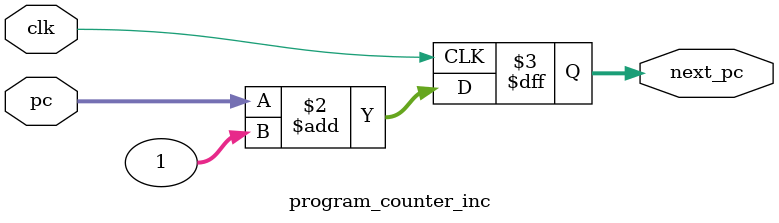
<source format=v>
`timescale 1ns / 1ps

module program_counter_inc #(parameter N = 32) (clk, pc, next_pc);
    input clk;
    input [N-1:0] pc;
    output reg [N-1:0] next_pc;

    reg [N-1:0] pc_reg;

    always @(negedge clk) begin
        next_pc <= pc + 1;
    end

endmodule
</source>
